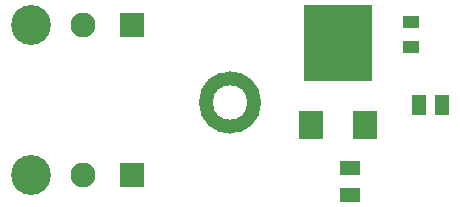
<source format=gbr>
%TF.GenerationSoftware,Altium Limited,Altium Designer,20.0.11 (256)*%
G04 Layer_Color=8388736*
%FSLAX26Y26*%
%MOIN*%
%TF.FileFunction,Soldermask,Top*%
%TF.Part,Single*%
G01*
G75*
%TA.AperFunction,NonConductor*%
%ADD25C,0.045000*%
%TA.AperFunction,ComponentPad*%
%ADD26C,0.133000*%
%ADD27C,0.083000*%
%ADD28R,0.083000X0.083000*%
%TA.AperFunction,SMDPad,CuDef*%
%ADD31R,0.057213X0.043433*%
%ADD32R,0.081000X0.093000*%
%ADD33R,0.227000X0.256000*%
%ADD34R,0.047764X0.065874*%
%ADD35R,0.069024X0.045402*%
D25*
X856025Y418007D02*
G03*
X856025Y418007I-80525J0D01*
G01*
D26*
X112004Y175000D02*
D03*
Y675000D02*
D03*
D27*
X287008Y175000D02*
D03*
Y675000D02*
D03*
D28*
X450000Y175000D02*
D03*
Y675000D02*
D03*
D31*
X1380000Y686338D02*
D03*
Y603661D02*
D03*
D32*
X1045000Y343750D02*
D03*
X1225000D02*
D03*
D33*
X1135000Y614750D02*
D03*
D34*
X1406417Y410000D02*
D03*
X1483583D02*
D03*
D35*
X1175000Y201260D02*
D03*
Y108740D02*
D03*
%TF.MD5,610de33c2d8f11126715370f59de7fc4*%
M02*

</source>
